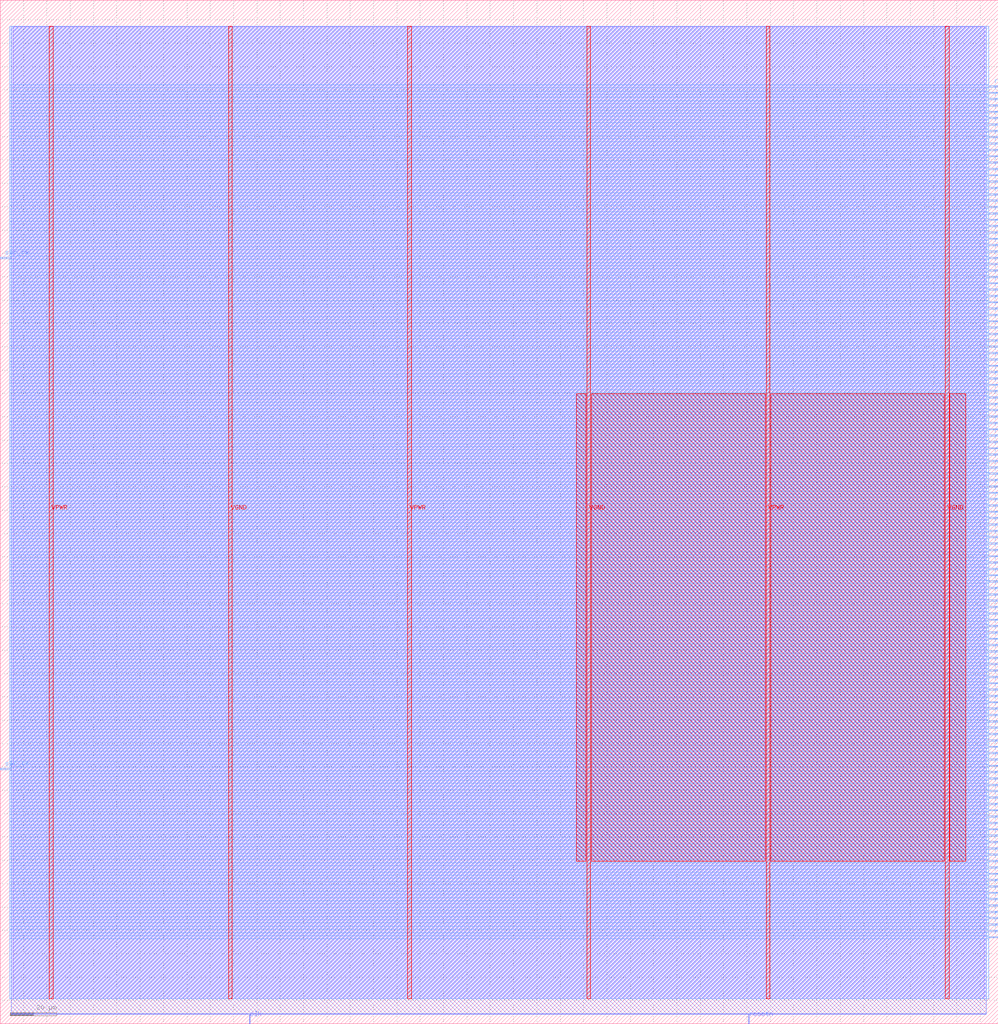
<source format=lef>
VERSION 5.7 ;
  NOWIREEXTENSIONATPIN ON ;
  DIVIDERCHAR "/" ;
  BUSBITCHARS "[]" ;
MACRO simpleuart
  CLASS BLOCK ;
  FOREIGN simpleuart ;
  ORIGIN 0.000 0.000 ;
  SIZE 427.715 BY 438.435 ;
  PIN VGND
    DIRECTION INOUT ;
    USE GROUND ;
    PORT
      LAYER met4 ;
        RECT 97.840 10.640 99.440 427.280 ;
    END
    PORT
      LAYER met4 ;
        RECT 251.440 10.640 253.040 427.280 ;
    END
    PORT
      LAYER met4 ;
        RECT 405.040 10.640 406.640 427.280 ;
    END
  END VGND
  PIN VPWR
    DIRECTION INOUT ;
    USE POWER ;
    PORT
      LAYER met4 ;
        RECT 21.040 10.640 22.640 427.280 ;
    END
    PORT
      LAYER met4 ;
        RECT 174.640 10.640 176.240 427.280 ;
    END
    PORT
      LAYER met4 ;
        RECT 328.240 10.640 329.840 427.280 ;
    END
  END VPWR
  PIN clk
    DIRECTION INPUT ;
    USE SIGNAL ;
    ANTENNAGATEAREA 0.852000 ;
    PORT
      LAYER met2 ;
        RECT 106.810 0.000 107.090 4.000 ;
    END
  END clk
  PIN reg_dat_di[0]
    DIRECTION INPUT ;
    USE SIGNAL ;
    ANTENNAGATEAREA 0.196500 ;
    PORT
      LAYER met3 ;
        RECT 423.715 227.160 427.715 227.760 ;
    END
  END reg_dat_di[0]
  PIN reg_dat_di[10]
    DIRECTION INPUT ;
    USE SIGNAL ;
    PORT
      LAYER met3 ;
        RECT 423.715 254.360 427.715 254.960 ;
    END
  END reg_dat_di[10]
  PIN reg_dat_di[11]
    DIRECTION INPUT ;
    USE SIGNAL ;
    PORT
      LAYER met3 ;
        RECT 423.715 257.080 427.715 257.680 ;
    END
  END reg_dat_di[11]
  PIN reg_dat_di[12]
    DIRECTION INPUT ;
    USE SIGNAL ;
    PORT
      LAYER met3 ;
        RECT 423.715 259.800 427.715 260.400 ;
    END
  END reg_dat_di[12]
  PIN reg_dat_di[13]
    DIRECTION INPUT ;
    USE SIGNAL ;
    PORT
      LAYER met3 ;
        RECT 423.715 262.520 427.715 263.120 ;
    END
  END reg_dat_di[13]
  PIN reg_dat_di[14]
    DIRECTION INPUT ;
    USE SIGNAL ;
    PORT
      LAYER met3 ;
        RECT 423.715 265.240 427.715 265.840 ;
    END
  END reg_dat_di[14]
  PIN reg_dat_di[15]
    DIRECTION INPUT ;
    USE SIGNAL ;
    PORT
      LAYER met3 ;
        RECT 423.715 267.960 427.715 268.560 ;
    END
  END reg_dat_di[15]
  PIN reg_dat_di[16]
    DIRECTION INPUT ;
    USE SIGNAL ;
    PORT
      LAYER met3 ;
        RECT 423.715 270.680 427.715 271.280 ;
    END
  END reg_dat_di[16]
  PIN reg_dat_di[17]
    DIRECTION INPUT ;
    USE SIGNAL ;
    PORT
      LAYER met3 ;
        RECT 423.715 273.400 427.715 274.000 ;
    END
  END reg_dat_di[17]
  PIN reg_dat_di[18]
    DIRECTION INPUT ;
    USE SIGNAL ;
    PORT
      LAYER met3 ;
        RECT 423.715 276.120 427.715 276.720 ;
    END
  END reg_dat_di[18]
  PIN reg_dat_di[19]
    DIRECTION INPUT ;
    USE SIGNAL ;
    PORT
      LAYER met3 ;
        RECT 423.715 278.840 427.715 279.440 ;
    END
  END reg_dat_di[19]
  PIN reg_dat_di[1]
    DIRECTION INPUT ;
    USE SIGNAL ;
    ANTENNAGATEAREA 0.196500 ;
    PORT
      LAYER met3 ;
        RECT 423.715 229.880 427.715 230.480 ;
    END
  END reg_dat_di[1]
  PIN reg_dat_di[20]
    DIRECTION INPUT ;
    USE SIGNAL ;
    PORT
      LAYER met3 ;
        RECT 423.715 281.560 427.715 282.160 ;
    END
  END reg_dat_di[20]
  PIN reg_dat_di[21]
    DIRECTION INPUT ;
    USE SIGNAL ;
    PORT
      LAYER met3 ;
        RECT 423.715 284.280 427.715 284.880 ;
    END
  END reg_dat_di[21]
  PIN reg_dat_di[22]
    DIRECTION INPUT ;
    USE SIGNAL ;
    PORT
      LAYER met3 ;
        RECT 423.715 287.000 427.715 287.600 ;
    END
  END reg_dat_di[22]
  PIN reg_dat_di[23]
    DIRECTION INPUT ;
    USE SIGNAL ;
    PORT
      LAYER met3 ;
        RECT 423.715 289.720 427.715 290.320 ;
    END
  END reg_dat_di[23]
  PIN reg_dat_di[24]
    DIRECTION INPUT ;
    USE SIGNAL ;
    PORT
      LAYER met3 ;
        RECT 423.715 292.440 427.715 293.040 ;
    END
  END reg_dat_di[24]
  PIN reg_dat_di[25]
    DIRECTION INPUT ;
    USE SIGNAL ;
    PORT
      LAYER met3 ;
        RECT 423.715 295.160 427.715 295.760 ;
    END
  END reg_dat_di[25]
  PIN reg_dat_di[26]
    DIRECTION INPUT ;
    USE SIGNAL ;
    PORT
      LAYER met3 ;
        RECT 423.715 297.880 427.715 298.480 ;
    END
  END reg_dat_di[26]
  PIN reg_dat_di[27]
    DIRECTION INPUT ;
    USE SIGNAL ;
    PORT
      LAYER met3 ;
        RECT 423.715 300.600 427.715 301.200 ;
    END
  END reg_dat_di[27]
  PIN reg_dat_di[28]
    DIRECTION INPUT ;
    USE SIGNAL ;
    PORT
      LAYER met3 ;
        RECT 423.715 303.320 427.715 303.920 ;
    END
  END reg_dat_di[28]
  PIN reg_dat_di[29]
    DIRECTION INPUT ;
    USE SIGNAL ;
    PORT
      LAYER met3 ;
        RECT 423.715 306.040 427.715 306.640 ;
    END
  END reg_dat_di[29]
  PIN reg_dat_di[2]
    DIRECTION INPUT ;
    USE SIGNAL ;
    ANTENNAGATEAREA 0.196500 ;
    PORT
      LAYER met3 ;
        RECT 423.715 232.600 427.715 233.200 ;
    END
  END reg_dat_di[2]
  PIN reg_dat_di[30]
    DIRECTION INPUT ;
    USE SIGNAL ;
    PORT
      LAYER met3 ;
        RECT 423.715 308.760 427.715 309.360 ;
    END
  END reg_dat_di[30]
  PIN reg_dat_di[31]
    DIRECTION INPUT ;
    USE SIGNAL ;
    PORT
      LAYER met3 ;
        RECT 423.715 311.480 427.715 312.080 ;
    END
  END reg_dat_di[31]
  PIN reg_dat_di[3]
    DIRECTION INPUT ;
    USE SIGNAL ;
    ANTENNAGATEAREA 0.196500 ;
    PORT
      LAYER met3 ;
        RECT 423.715 235.320 427.715 235.920 ;
    END
  END reg_dat_di[3]
  PIN reg_dat_di[4]
    DIRECTION INPUT ;
    USE SIGNAL ;
    ANTENNAGATEAREA 0.196500 ;
    PORT
      LAYER met3 ;
        RECT 423.715 238.040 427.715 238.640 ;
    END
  END reg_dat_di[4]
  PIN reg_dat_di[5]
    DIRECTION INPUT ;
    USE SIGNAL ;
    ANTENNAGATEAREA 0.196500 ;
    PORT
      LAYER met3 ;
        RECT 423.715 240.760 427.715 241.360 ;
    END
  END reg_dat_di[5]
  PIN reg_dat_di[6]
    DIRECTION INPUT ;
    USE SIGNAL ;
    ANTENNAGATEAREA 0.196500 ;
    PORT
      LAYER met3 ;
        RECT 423.715 243.480 427.715 244.080 ;
    END
  END reg_dat_di[6]
  PIN reg_dat_di[7]
    DIRECTION INPUT ;
    USE SIGNAL ;
    ANTENNAGATEAREA 0.196500 ;
    PORT
      LAYER met3 ;
        RECT 423.715 246.200 427.715 246.800 ;
    END
  END reg_dat_di[7]
  PIN reg_dat_di[8]
    DIRECTION INPUT ;
    USE SIGNAL ;
    PORT
      LAYER met3 ;
        RECT 423.715 248.920 427.715 249.520 ;
    END
  END reg_dat_di[8]
  PIN reg_dat_di[9]
    DIRECTION INPUT ;
    USE SIGNAL ;
    PORT
      LAYER met3 ;
        RECT 423.715 251.640 427.715 252.240 ;
    END
  END reg_dat_di[9]
  PIN reg_dat_do[0]
    DIRECTION OUTPUT TRISTATE ;
    USE SIGNAL ;
    ANTENNADIFFAREA 0.340600 ;
    PORT
      LAYER met3 ;
        RECT 423.715 314.200 427.715 314.800 ;
    END
  END reg_dat_do[0]
  PIN reg_dat_do[10]
    DIRECTION OUTPUT TRISTATE ;
    USE SIGNAL ;
    ANTENNADIFFAREA 0.340600 ;
    PORT
      LAYER met3 ;
        RECT 423.715 341.400 427.715 342.000 ;
    END
  END reg_dat_do[10]
  PIN reg_dat_do[11]
    DIRECTION OUTPUT TRISTATE ;
    USE SIGNAL ;
    ANTENNADIFFAREA 0.340600 ;
    PORT
      LAYER met3 ;
        RECT 423.715 344.120 427.715 344.720 ;
    END
  END reg_dat_do[11]
  PIN reg_dat_do[12]
    DIRECTION OUTPUT TRISTATE ;
    USE SIGNAL ;
    ANTENNADIFFAREA 0.340600 ;
    PORT
      LAYER met3 ;
        RECT 423.715 346.840 427.715 347.440 ;
    END
  END reg_dat_do[12]
  PIN reg_dat_do[13]
    DIRECTION OUTPUT TRISTATE ;
    USE SIGNAL ;
    ANTENNADIFFAREA 0.340600 ;
    PORT
      LAYER met3 ;
        RECT 423.715 349.560 427.715 350.160 ;
    END
  END reg_dat_do[13]
  PIN reg_dat_do[14]
    DIRECTION OUTPUT TRISTATE ;
    USE SIGNAL ;
    ANTENNADIFFAREA 0.340600 ;
    PORT
      LAYER met3 ;
        RECT 423.715 352.280 427.715 352.880 ;
    END
  END reg_dat_do[14]
  PIN reg_dat_do[15]
    DIRECTION OUTPUT TRISTATE ;
    USE SIGNAL ;
    ANTENNADIFFAREA 0.340600 ;
    PORT
      LAYER met3 ;
        RECT 423.715 355.000 427.715 355.600 ;
    END
  END reg_dat_do[15]
  PIN reg_dat_do[16]
    DIRECTION OUTPUT TRISTATE ;
    USE SIGNAL ;
    ANTENNADIFFAREA 0.340600 ;
    PORT
      LAYER met3 ;
        RECT 423.715 357.720 427.715 358.320 ;
    END
  END reg_dat_do[16]
  PIN reg_dat_do[17]
    DIRECTION OUTPUT TRISTATE ;
    USE SIGNAL ;
    ANTENNADIFFAREA 0.340600 ;
    PORT
      LAYER met3 ;
        RECT 423.715 360.440 427.715 361.040 ;
    END
  END reg_dat_do[17]
  PIN reg_dat_do[18]
    DIRECTION OUTPUT TRISTATE ;
    USE SIGNAL ;
    ANTENNADIFFAREA 0.340600 ;
    PORT
      LAYER met3 ;
        RECT 423.715 363.160 427.715 363.760 ;
    END
  END reg_dat_do[18]
  PIN reg_dat_do[19]
    DIRECTION OUTPUT TRISTATE ;
    USE SIGNAL ;
    ANTENNADIFFAREA 0.340600 ;
    PORT
      LAYER met3 ;
        RECT 423.715 365.880 427.715 366.480 ;
    END
  END reg_dat_do[19]
  PIN reg_dat_do[1]
    DIRECTION OUTPUT TRISTATE ;
    USE SIGNAL ;
    ANTENNADIFFAREA 0.340600 ;
    PORT
      LAYER met3 ;
        RECT 423.715 316.920 427.715 317.520 ;
    END
  END reg_dat_do[1]
  PIN reg_dat_do[20]
    DIRECTION OUTPUT TRISTATE ;
    USE SIGNAL ;
    ANTENNADIFFAREA 0.340600 ;
    PORT
      LAYER met3 ;
        RECT 423.715 368.600 427.715 369.200 ;
    END
  END reg_dat_do[20]
  PIN reg_dat_do[21]
    DIRECTION OUTPUT TRISTATE ;
    USE SIGNAL ;
    ANTENNADIFFAREA 0.340600 ;
    PORT
      LAYER met3 ;
        RECT 423.715 371.320 427.715 371.920 ;
    END
  END reg_dat_do[21]
  PIN reg_dat_do[22]
    DIRECTION OUTPUT TRISTATE ;
    USE SIGNAL ;
    ANTENNADIFFAREA 0.340600 ;
    PORT
      LAYER met3 ;
        RECT 423.715 374.040 427.715 374.640 ;
    END
  END reg_dat_do[22]
  PIN reg_dat_do[23]
    DIRECTION OUTPUT TRISTATE ;
    USE SIGNAL ;
    ANTENNADIFFAREA 0.340600 ;
    PORT
      LAYER met3 ;
        RECT 423.715 376.760 427.715 377.360 ;
    END
  END reg_dat_do[23]
  PIN reg_dat_do[24]
    DIRECTION OUTPUT TRISTATE ;
    USE SIGNAL ;
    ANTENNADIFFAREA 0.340600 ;
    PORT
      LAYER met3 ;
        RECT 423.715 379.480 427.715 380.080 ;
    END
  END reg_dat_do[24]
  PIN reg_dat_do[25]
    DIRECTION OUTPUT TRISTATE ;
    USE SIGNAL ;
    ANTENNADIFFAREA 0.340600 ;
    PORT
      LAYER met3 ;
        RECT 423.715 382.200 427.715 382.800 ;
    END
  END reg_dat_do[25]
  PIN reg_dat_do[26]
    DIRECTION OUTPUT TRISTATE ;
    USE SIGNAL ;
    ANTENNADIFFAREA 0.340600 ;
    PORT
      LAYER met3 ;
        RECT 423.715 384.920 427.715 385.520 ;
    END
  END reg_dat_do[26]
  PIN reg_dat_do[27]
    DIRECTION OUTPUT TRISTATE ;
    USE SIGNAL ;
    ANTENNADIFFAREA 0.340600 ;
    PORT
      LAYER met3 ;
        RECT 423.715 387.640 427.715 388.240 ;
    END
  END reg_dat_do[27]
  PIN reg_dat_do[28]
    DIRECTION OUTPUT TRISTATE ;
    USE SIGNAL ;
    ANTENNADIFFAREA 0.340600 ;
    PORT
      LAYER met3 ;
        RECT 423.715 390.360 427.715 390.960 ;
    END
  END reg_dat_do[28]
  PIN reg_dat_do[29]
    DIRECTION OUTPUT TRISTATE ;
    USE SIGNAL ;
    ANTENNADIFFAREA 0.340600 ;
    PORT
      LAYER met3 ;
        RECT 423.715 393.080 427.715 393.680 ;
    END
  END reg_dat_do[29]
  PIN reg_dat_do[2]
    DIRECTION OUTPUT TRISTATE ;
    USE SIGNAL ;
    ANTENNADIFFAREA 0.340600 ;
    PORT
      LAYER met3 ;
        RECT 423.715 319.640 427.715 320.240 ;
    END
  END reg_dat_do[2]
  PIN reg_dat_do[30]
    DIRECTION OUTPUT TRISTATE ;
    USE SIGNAL ;
    ANTENNADIFFAREA 0.340600 ;
    PORT
      LAYER met3 ;
        RECT 423.715 395.800 427.715 396.400 ;
    END
  END reg_dat_do[30]
  PIN reg_dat_do[31]
    DIRECTION OUTPUT TRISTATE ;
    USE SIGNAL ;
    ANTENNADIFFAREA 0.340600 ;
    PORT
      LAYER met3 ;
        RECT 423.715 398.520 427.715 399.120 ;
    END
  END reg_dat_do[31]
  PIN reg_dat_do[3]
    DIRECTION OUTPUT TRISTATE ;
    USE SIGNAL ;
    ANTENNADIFFAREA 0.340600 ;
    PORT
      LAYER met3 ;
        RECT 423.715 322.360 427.715 322.960 ;
    END
  END reg_dat_do[3]
  PIN reg_dat_do[4]
    DIRECTION OUTPUT TRISTATE ;
    USE SIGNAL ;
    ANTENNADIFFAREA 0.340600 ;
    PORT
      LAYER met3 ;
        RECT 423.715 325.080 427.715 325.680 ;
    END
  END reg_dat_do[4]
  PIN reg_dat_do[5]
    DIRECTION OUTPUT TRISTATE ;
    USE SIGNAL ;
    ANTENNADIFFAREA 0.340600 ;
    PORT
      LAYER met3 ;
        RECT 423.715 327.800 427.715 328.400 ;
    END
  END reg_dat_do[5]
  PIN reg_dat_do[6]
    DIRECTION OUTPUT TRISTATE ;
    USE SIGNAL ;
    ANTENNADIFFAREA 0.340600 ;
    PORT
      LAYER met3 ;
        RECT 423.715 330.520 427.715 331.120 ;
    END
  END reg_dat_do[6]
  PIN reg_dat_do[7]
    DIRECTION OUTPUT TRISTATE ;
    USE SIGNAL ;
    ANTENNADIFFAREA 0.340600 ;
    PORT
      LAYER met3 ;
        RECT 423.715 333.240 427.715 333.840 ;
    END
  END reg_dat_do[7]
  PIN reg_dat_do[8]
    DIRECTION OUTPUT TRISTATE ;
    USE SIGNAL ;
    ANTENNADIFFAREA 0.340600 ;
    PORT
      LAYER met3 ;
        RECT 423.715 335.960 427.715 336.560 ;
    END
  END reg_dat_do[8]
  PIN reg_dat_do[9]
    DIRECTION OUTPUT TRISTATE ;
    USE SIGNAL ;
    ANTENNADIFFAREA 0.340600 ;
    PORT
      LAYER met3 ;
        RECT 423.715 338.680 427.715 339.280 ;
    END
  END reg_dat_do[9]
  PIN reg_dat_re
    DIRECTION INPUT ;
    USE SIGNAL ;
    ANTENNAGATEAREA 0.196500 ;
    PORT
      LAYER met3 ;
        RECT 423.715 224.440 427.715 225.040 ;
    END
  END reg_dat_re
  PIN reg_dat_wait
    DIRECTION OUTPUT TRISTATE ;
    USE SIGNAL ;
    ANTENNADIFFAREA 0.340600 ;
    PORT
      LAYER met3 ;
        RECT 423.715 401.240 427.715 401.840 ;
    END
  END reg_dat_wait
  PIN reg_dat_we
    DIRECTION INPUT ;
    USE SIGNAL ;
    ANTENNAGATEAREA 0.196500 ;
    PORT
      LAYER met3 ;
        RECT 423.715 221.720 427.715 222.320 ;
    END
  END reg_dat_we
  PIN reg_div_di[0]
    DIRECTION INPUT ;
    USE SIGNAL ;
    ANTENNAGATEAREA 0.196500 ;
    PORT
      LAYER met3 ;
        RECT 423.715 47.640 427.715 48.240 ;
    END
  END reg_div_di[0]
  PIN reg_div_di[10]
    DIRECTION INPUT ;
    USE SIGNAL ;
    ANTENNAGATEAREA 0.196500 ;
    PORT
      LAYER met3 ;
        RECT 423.715 74.840 427.715 75.440 ;
    END
  END reg_div_di[10]
  PIN reg_div_di[11]
    DIRECTION INPUT ;
    USE SIGNAL ;
    ANTENNAGATEAREA 0.196500 ;
    PORT
      LAYER met3 ;
        RECT 423.715 77.560 427.715 78.160 ;
    END
  END reg_div_di[11]
  PIN reg_div_di[12]
    DIRECTION INPUT ;
    USE SIGNAL ;
    ANTENNAGATEAREA 0.196500 ;
    PORT
      LAYER met3 ;
        RECT 423.715 80.280 427.715 80.880 ;
    END
  END reg_div_di[12]
  PIN reg_div_di[13]
    DIRECTION INPUT ;
    USE SIGNAL ;
    ANTENNAGATEAREA 0.196500 ;
    PORT
      LAYER met3 ;
        RECT 423.715 83.000 427.715 83.600 ;
    END
  END reg_div_di[13]
  PIN reg_div_di[14]
    DIRECTION INPUT ;
    USE SIGNAL ;
    ANTENNAGATEAREA 0.196500 ;
    PORT
      LAYER met3 ;
        RECT 423.715 85.720 427.715 86.320 ;
    END
  END reg_div_di[14]
  PIN reg_div_di[15]
    DIRECTION INPUT ;
    USE SIGNAL ;
    ANTENNAGATEAREA 0.196500 ;
    PORT
      LAYER met3 ;
        RECT 423.715 88.440 427.715 89.040 ;
    END
  END reg_div_di[15]
  PIN reg_div_di[16]
    DIRECTION INPUT ;
    USE SIGNAL ;
    ANTENNAGATEAREA 0.196500 ;
    PORT
      LAYER met3 ;
        RECT 423.715 91.160 427.715 91.760 ;
    END
  END reg_div_di[16]
  PIN reg_div_di[17]
    DIRECTION INPUT ;
    USE SIGNAL ;
    ANTENNAGATEAREA 0.196500 ;
    PORT
      LAYER met3 ;
        RECT 423.715 93.880 427.715 94.480 ;
    END
  END reg_div_di[17]
  PIN reg_div_di[18]
    DIRECTION INPUT ;
    USE SIGNAL ;
    ANTENNAGATEAREA 0.196500 ;
    PORT
      LAYER met3 ;
        RECT 423.715 96.600 427.715 97.200 ;
    END
  END reg_div_di[18]
  PIN reg_div_di[19]
    DIRECTION INPUT ;
    USE SIGNAL ;
    ANTENNAGATEAREA 0.196500 ;
    PORT
      LAYER met3 ;
        RECT 423.715 99.320 427.715 99.920 ;
    END
  END reg_div_di[19]
  PIN reg_div_di[1]
    DIRECTION INPUT ;
    USE SIGNAL ;
    ANTENNAGATEAREA 0.196500 ;
    PORT
      LAYER met3 ;
        RECT 423.715 50.360 427.715 50.960 ;
    END
  END reg_div_di[1]
  PIN reg_div_di[20]
    DIRECTION INPUT ;
    USE SIGNAL ;
    ANTENNAGATEAREA 0.196500 ;
    PORT
      LAYER met3 ;
        RECT 423.715 102.040 427.715 102.640 ;
    END
  END reg_div_di[20]
  PIN reg_div_di[21]
    DIRECTION INPUT ;
    USE SIGNAL ;
    ANTENNAGATEAREA 0.196500 ;
    PORT
      LAYER met3 ;
        RECT 423.715 104.760 427.715 105.360 ;
    END
  END reg_div_di[21]
  PIN reg_div_di[22]
    DIRECTION INPUT ;
    USE SIGNAL ;
    ANTENNAGATEAREA 0.196500 ;
    PORT
      LAYER met3 ;
        RECT 423.715 107.480 427.715 108.080 ;
    END
  END reg_div_di[22]
  PIN reg_div_di[23]
    DIRECTION INPUT ;
    USE SIGNAL ;
    ANTENNAGATEAREA 0.196500 ;
    PORT
      LAYER met3 ;
        RECT 423.715 110.200 427.715 110.800 ;
    END
  END reg_div_di[23]
  PIN reg_div_di[24]
    DIRECTION INPUT ;
    USE SIGNAL ;
    ANTENNAGATEAREA 0.196500 ;
    PORT
      LAYER met3 ;
        RECT 423.715 112.920 427.715 113.520 ;
    END
  END reg_div_di[24]
  PIN reg_div_di[25]
    DIRECTION INPUT ;
    USE SIGNAL ;
    ANTENNAGATEAREA 0.196500 ;
    PORT
      LAYER met3 ;
        RECT 423.715 115.640 427.715 116.240 ;
    END
  END reg_div_di[25]
  PIN reg_div_di[26]
    DIRECTION INPUT ;
    USE SIGNAL ;
    ANTENNAGATEAREA 0.196500 ;
    PORT
      LAYER met3 ;
        RECT 423.715 118.360 427.715 118.960 ;
    END
  END reg_div_di[26]
  PIN reg_div_di[27]
    DIRECTION INPUT ;
    USE SIGNAL ;
    ANTENNAGATEAREA 0.196500 ;
    PORT
      LAYER met3 ;
        RECT 423.715 121.080 427.715 121.680 ;
    END
  END reg_div_di[27]
  PIN reg_div_di[28]
    DIRECTION INPUT ;
    USE SIGNAL ;
    ANTENNAGATEAREA 0.196500 ;
    PORT
      LAYER met3 ;
        RECT 423.715 123.800 427.715 124.400 ;
    END
  END reg_div_di[28]
  PIN reg_div_di[29]
    DIRECTION INPUT ;
    USE SIGNAL ;
    ANTENNAGATEAREA 0.196500 ;
    PORT
      LAYER met3 ;
        RECT 423.715 126.520 427.715 127.120 ;
    END
  END reg_div_di[29]
  PIN reg_div_di[2]
    DIRECTION INPUT ;
    USE SIGNAL ;
    ANTENNAGATEAREA 0.196500 ;
    PORT
      LAYER met3 ;
        RECT 423.715 53.080 427.715 53.680 ;
    END
  END reg_div_di[2]
  PIN reg_div_di[30]
    DIRECTION INPUT ;
    USE SIGNAL ;
    ANTENNAGATEAREA 0.196500 ;
    PORT
      LAYER met3 ;
        RECT 423.715 129.240 427.715 129.840 ;
    END
  END reg_div_di[30]
  PIN reg_div_di[31]
    DIRECTION INPUT ;
    USE SIGNAL ;
    ANTENNAGATEAREA 0.196500 ;
    PORT
      LAYER met3 ;
        RECT 423.715 131.960 427.715 132.560 ;
    END
  END reg_div_di[31]
  PIN reg_div_di[3]
    DIRECTION INPUT ;
    USE SIGNAL ;
    ANTENNAGATEAREA 0.196500 ;
    PORT
      LAYER met3 ;
        RECT 423.715 55.800 427.715 56.400 ;
    END
  END reg_div_di[3]
  PIN reg_div_di[4]
    DIRECTION INPUT ;
    USE SIGNAL ;
    ANTENNAGATEAREA 0.196500 ;
    PORT
      LAYER met3 ;
        RECT 423.715 58.520 427.715 59.120 ;
    END
  END reg_div_di[4]
  PIN reg_div_di[5]
    DIRECTION INPUT ;
    USE SIGNAL ;
    ANTENNAGATEAREA 0.196500 ;
    PORT
      LAYER met3 ;
        RECT 423.715 61.240 427.715 61.840 ;
    END
  END reg_div_di[5]
  PIN reg_div_di[6]
    DIRECTION INPUT ;
    USE SIGNAL ;
    ANTENNAGATEAREA 0.196500 ;
    PORT
      LAYER met3 ;
        RECT 423.715 63.960 427.715 64.560 ;
    END
  END reg_div_di[6]
  PIN reg_div_di[7]
    DIRECTION INPUT ;
    USE SIGNAL ;
    ANTENNAGATEAREA 0.196500 ;
    PORT
      LAYER met3 ;
        RECT 423.715 66.680 427.715 67.280 ;
    END
  END reg_div_di[7]
  PIN reg_div_di[8]
    DIRECTION INPUT ;
    USE SIGNAL ;
    ANTENNAGATEAREA 0.196500 ;
    PORT
      LAYER met3 ;
        RECT 423.715 69.400 427.715 70.000 ;
    END
  END reg_div_di[8]
  PIN reg_div_di[9]
    DIRECTION INPUT ;
    USE SIGNAL ;
    ANTENNAGATEAREA 0.196500 ;
    PORT
      LAYER met3 ;
        RECT 423.715 72.120 427.715 72.720 ;
    END
  END reg_div_di[9]
  PIN reg_div_do[0]
    DIRECTION OUTPUT TRISTATE ;
    USE SIGNAL ;
    ANTENNADIFFAREA 0.340600 ;
    PORT
      LAYER met3 ;
        RECT 423.715 134.680 427.715 135.280 ;
    END
  END reg_div_do[0]
  PIN reg_div_do[10]
    DIRECTION OUTPUT TRISTATE ;
    USE SIGNAL ;
    ANTENNADIFFAREA 0.340600 ;
    PORT
      LAYER met3 ;
        RECT 423.715 161.880 427.715 162.480 ;
    END
  END reg_div_do[10]
  PIN reg_div_do[11]
    DIRECTION OUTPUT TRISTATE ;
    USE SIGNAL ;
    ANTENNADIFFAREA 0.340600 ;
    PORT
      LAYER met3 ;
        RECT 423.715 164.600 427.715 165.200 ;
    END
  END reg_div_do[11]
  PIN reg_div_do[12]
    DIRECTION OUTPUT TRISTATE ;
    USE SIGNAL ;
    ANTENNADIFFAREA 0.340600 ;
    PORT
      LAYER met3 ;
        RECT 423.715 167.320 427.715 167.920 ;
    END
  END reg_div_do[12]
  PIN reg_div_do[13]
    DIRECTION OUTPUT TRISTATE ;
    USE SIGNAL ;
    ANTENNADIFFAREA 0.340600 ;
    PORT
      LAYER met3 ;
        RECT 423.715 170.040 427.715 170.640 ;
    END
  END reg_div_do[13]
  PIN reg_div_do[14]
    DIRECTION OUTPUT TRISTATE ;
    USE SIGNAL ;
    ANTENNADIFFAREA 0.340600 ;
    PORT
      LAYER met3 ;
        RECT 423.715 172.760 427.715 173.360 ;
    END
  END reg_div_do[14]
  PIN reg_div_do[15]
    DIRECTION OUTPUT TRISTATE ;
    USE SIGNAL ;
    ANTENNADIFFAREA 0.340600 ;
    PORT
      LAYER met3 ;
        RECT 423.715 175.480 427.715 176.080 ;
    END
  END reg_div_do[15]
  PIN reg_div_do[16]
    DIRECTION OUTPUT TRISTATE ;
    USE SIGNAL ;
    ANTENNADIFFAREA 0.340600 ;
    PORT
      LAYER met3 ;
        RECT 423.715 178.200 427.715 178.800 ;
    END
  END reg_div_do[16]
  PIN reg_div_do[17]
    DIRECTION OUTPUT TRISTATE ;
    USE SIGNAL ;
    ANTENNADIFFAREA 0.340600 ;
    PORT
      LAYER met3 ;
        RECT 423.715 180.920 427.715 181.520 ;
    END
  END reg_div_do[17]
  PIN reg_div_do[18]
    DIRECTION OUTPUT TRISTATE ;
    USE SIGNAL ;
    ANTENNADIFFAREA 0.340600 ;
    PORT
      LAYER met3 ;
        RECT 423.715 183.640 427.715 184.240 ;
    END
  END reg_div_do[18]
  PIN reg_div_do[19]
    DIRECTION OUTPUT TRISTATE ;
    USE SIGNAL ;
    ANTENNADIFFAREA 0.340600 ;
    PORT
      LAYER met3 ;
        RECT 423.715 186.360 427.715 186.960 ;
    END
  END reg_div_do[19]
  PIN reg_div_do[1]
    DIRECTION OUTPUT TRISTATE ;
    USE SIGNAL ;
    ANTENNADIFFAREA 0.340600 ;
    PORT
      LAYER met3 ;
        RECT 423.715 137.400 427.715 138.000 ;
    END
  END reg_div_do[1]
  PIN reg_div_do[20]
    DIRECTION OUTPUT TRISTATE ;
    USE SIGNAL ;
    ANTENNADIFFAREA 0.340600 ;
    PORT
      LAYER met3 ;
        RECT 423.715 189.080 427.715 189.680 ;
    END
  END reg_div_do[20]
  PIN reg_div_do[21]
    DIRECTION OUTPUT TRISTATE ;
    USE SIGNAL ;
    ANTENNADIFFAREA 0.340600 ;
    PORT
      LAYER met3 ;
        RECT 423.715 191.800 427.715 192.400 ;
    END
  END reg_div_do[21]
  PIN reg_div_do[22]
    DIRECTION OUTPUT TRISTATE ;
    USE SIGNAL ;
    ANTENNADIFFAREA 0.340600 ;
    PORT
      LAYER met3 ;
        RECT 423.715 194.520 427.715 195.120 ;
    END
  END reg_div_do[22]
  PIN reg_div_do[23]
    DIRECTION OUTPUT TRISTATE ;
    USE SIGNAL ;
    ANTENNADIFFAREA 0.340600 ;
    PORT
      LAYER met3 ;
        RECT 423.715 197.240 427.715 197.840 ;
    END
  END reg_div_do[23]
  PIN reg_div_do[24]
    DIRECTION OUTPUT TRISTATE ;
    USE SIGNAL ;
    ANTENNADIFFAREA 0.340600 ;
    PORT
      LAYER met3 ;
        RECT 423.715 199.960 427.715 200.560 ;
    END
  END reg_div_do[24]
  PIN reg_div_do[25]
    DIRECTION OUTPUT TRISTATE ;
    USE SIGNAL ;
    ANTENNADIFFAREA 0.340600 ;
    PORT
      LAYER met3 ;
        RECT 423.715 202.680 427.715 203.280 ;
    END
  END reg_div_do[25]
  PIN reg_div_do[26]
    DIRECTION OUTPUT TRISTATE ;
    USE SIGNAL ;
    ANTENNADIFFAREA 0.340600 ;
    PORT
      LAYER met3 ;
        RECT 423.715 205.400 427.715 206.000 ;
    END
  END reg_div_do[26]
  PIN reg_div_do[27]
    DIRECTION OUTPUT TRISTATE ;
    USE SIGNAL ;
    ANTENNADIFFAREA 0.340600 ;
    PORT
      LAYER met3 ;
        RECT 423.715 208.120 427.715 208.720 ;
    END
  END reg_div_do[27]
  PIN reg_div_do[28]
    DIRECTION OUTPUT TRISTATE ;
    USE SIGNAL ;
    ANTENNADIFFAREA 0.340600 ;
    PORT
      LAYER met3 ;
        RECT 423.715 210.840 427.715 211.440 ;
    END
  END reg_div_do[28]
  PIN reg_div_do[29]
    DIRECTION OUTPUT TRISTATE ;
    USE SIGNAL ;
    ANTENNADIFFAREA 0.340600 ;
    PORT
      LAYER met3 ;
        RECT 423.715 213.560 427.715 214.160 ;
    END
  END reg_div_do[29]
  PIN reg_div_do[2]
    DIRECTION OUTPUT TRISTATE ;
    USE SIGNAL ;
    ANTENNADIFFAREA 0.340600 ;
    PORT
      LAYER met3 ;
        RECT 423.715 140.120 427.715 140.720 ;
    END
  END reg_div_do[2]
  PIN reg_div_do[30]
    DIRECTION OUTPUT TRISTATE ;
    USE SIGNAL ;
    ANTENNADIFFAREA 0.340600 ;
    PORT
      LAYER met3 ;
        RECT 423.715 216.280 427.715 216.880 ;
    END
  END reg_div_do[30]
  PIN reg_div_do[31]
    DIRECTION OUTPUT TRISTATE ;
    USE SIGNAL ;
    ANTENNADIFFAREA 0.340600 ;
    PORT
      LAYER met3 ;
        RECT 423.715 219.000 427.715 219.600 ;
    END
  END reg_div_do[31]
  PIN reg_div_do[3]
    DIRECTION OUTPUT TRISTATE ;
    USE SIGNAL ;
    ANTENNADIFFAREA 0.340600 ;
    PORT
      LAYER met3 ;
        RECT 423.715 142.840 427.715 143.440 ;
    END
  END reg_div_do[3]
  PIN reg_div_do[4]
    DIRECTION OUTPUT TRISTATE ;
    USE SIGNAL ;
    ANTENNADIFFAREA 0.340600 ;
    PORT
      LAYER met3 ;
        RECT 423.715 145.560 427.715 146.160 ;
    END
  END reg_div_do[4]
  PIN reg_div_do[5]
    DIRECTION OUTPUT TRISTATE ;
    USE SIGNAL ;
    ANTENNADIFFAREA 0.340600 ;
    PORT
      LAYER met3 ;
        RECT 423.715 148.280 427.715 148.880 ;
    END
  END reg_div_do[5]
  PIN reg_div_do[6]
    DIRECTION OUTPUT TRISTATE ;
    USE SIGNAL ;
    ANTENNADIFFAREA 0.340600 ;
    PORT
      LAYER met3 ;
        RECT 423.715 151.000 427.715 151.600 ;
    END
  END reg_div_do[6]
  PIN reg_div_do[7]
    DIRECTION OUTPUT TRISTATE ;
    USE SIGNAL ;
    ANTENNADIFFAREA 0.340600 ;
    PORT
      LAYER met3 ;
        RECT 423.715 153.720 427.715 154.320 ;
    END
  END reg_div_do[7]
  PIN reg_div_do[8]
    DIRECTION OUTPUT TRISTATE ;
    USE SIGNAL ;
    ANTENNADIFFAREA 0.340600 ;
    PORT
      LAYER met3 ;
        RECT 423.715 156.440 427.715 157.040 ;
    END
  END reg_div_do[8]
  PIN reg_div_do[9]
    DIRECTION OUTPUT TRISTATE ;
    USE SIGNAL ;
    ANTENNADIFFAREA 0.340600 ;
    PORT
      LAYER met3 ;
        RECT 423.715 159.160 427.715 159.760 ;
    END
  END reg_div_do[9]
  PIN reg_div_we[0]
    DIRECTION INPUT ;
    USE SIGNAL ;
    ANTENNAGATEAREA 0.213000 ;
    PORT
      LAYER met3 ;
        RECT 423.715 36.760 427.715 37.360 ;
    END
  END reg_div_we[0]
  PIN reg_div_we[1]
    DIRECTION INPUT ;
    USE SIGNAL ;
    ANTENNAGATEAREA 0.213000 ;
    PORT
      LAYER met3 ;
        RECT 423.715 39.480 427.715 40.080 ;
    END
  END reg_div_we[1]
  PIN reg_div_we[2]
    DIRECTION INPUT ;
    USE SIGNAL ;
    ANTENNAGATEAREA 0.213000 ;
    PORT
      LAYER met3 ;
        RECT 423.715 42.200 427.715 42.800 ;
    END
  END reg_div_we[2]
  PIN reg_div_we[3]
    DIRECTION INPUT ;
    USE SIGNAL ;
    ANTENNAGATEAREA 0.247500 ;
    PORT
      LAYER met3 ;
        RECT 423.715 44.920 427.715 45.520 ;
    END
  END reg_div_we[3]
  PIN resetn
    DIRECTION INPUT ;
    USE SIGNAL ;
    ANTENNAGATEAREA 0.213000 ;
    PORT
      LAYER met2 ;
        RECT 320.710 0.000 320.990 4.000 ;
    END
  END resetn
  PIN ser_rx
    DIRECTION INPUT ;
    USE SIGNAL ;
    ANTENNAGATEAREA 0.213000 ;
    PORT
      LAYER met3 ;
        RECT 0.000 327.800 4.000 328.400 ;
    END
  END ser_rx
  PIN ser_tx
    DIRECTION OUTPUT TRISTATE ;
    USE SIGNAL ;
    ANTENNADIFFAREA 0.340600 ;
    PORT
      LAYER met3 ;
        RECT 0.000 108.840 4.000 109.440 ;
    END
  END ser_tx
  OBS
      LAYER li1 ;
        RECT 5.520 10.795 421.820 427.125 ;
      LAYER met1 ;
        RECT 4.670 10.640 422.670 427.280 ;
      LAYER met2 ;
        RECT 4.690 4.280 422.650 427.225 ;
        RECT 4.690 4.000 106.530 4.280 ;
        RECT 107.370 4.000 320.430 4.280 ;
        RECT 321.270 4.000 422.650 4.280 ;
      LAYER met3 ;
        RECT 4.000 402.240 423.715 427.205 ;
        RECT 4.000 400.840 423.315 402.240 ;
        RECT 4.000 399.520 423.715 400.840 ;
        RECT 4.000 398.120 423.315 399.520 ;
        RECT 4.000 396.800 423.715 398.120 ;
        RECT 4.000 395.400 423.315 396.800 ;
        RECT 4.000 394.080 423.715 395.400 ;
        RECT 4.000 392.680 423.315 394.080 ;
        RECT 4.000 391.360 423.715 392.680 ;
        RECT 4.000 389.960 423.315 391.360 ;
        RECT 4.000 388.640 423.715 389.960 ;
        RECT 4.000 387.240 423.315 388.640 ;
        RECT 4.000 385.920 423.715 387.240 ;
        RECT 4.000 384.520 423.315 385.920 ;
        RECT 4.000 383.200 423.715 384.520 ;
        RECT 4.000 381.800 423.315 383.200 ;
        RECT 4.000 380.480 423.715 381.800 ;
        RECT 4.000 379.080 423.315 380.480 ;
        RECT 4.000 377.760 423.715 379.080 ;
        RECT 4.000 376.360 423.315 377.760 ;
        RECT 4.000 375.040 423.715 376.360 ;
        RECT 4.000 373.640 423.315 375.040 ;
        RECT 4.000 372.320 423.715 373.640 ;
        RECT 4.000 370.920 423.315 372.320 ;
        RECT 4.000 369.600 423.715 370.920 ;
        RECT 4.000 368.200 423.315 369.600 ;
        RECT 4.000 366.880 423.715 368.200 ;
        RECT 4.000 365.480 423.315 366.880 ;
        RECT 4.000 364.160 423.715 365.480 ;
        RECT 4.000 362.760 423.315 364.160 ;
        RECT 4.000 361.440 423.715 362.760 ;
        RECT 4.000 360.040 423.315 361.440 ;
        RECT 4.000 358.720 423.715 360.040 ;
        RECT 4.000 357.320 423.315 358.720 ;
        RECT 4.000 356.000 423.715 357.320 ;
        RECT 4.000 354.600 423.315 356.000 ;
        RECT 4.000 353.280 423.715 354.600 ;
        RECT 4.000 351.880 423.315 353.280 ;
        RECT 4.000 350.560 423.715 351.880 ;
        RECT 4.000 349.160 423.315 350.560 ;
        RECT 4.000 347.840 423.715 349.160 ;
        RECT 4.000 346.440 423.315 347.840 ;
        RECT 4.000 345.120 423.715 346.440 ;
        RECT 4.000 343.720 423.315 345.120 ;
        RECT 4.000 342.400 423.715 343.720 ;
        RECT 4.000 341.000 423.315 342.400 ;
        RECT 4.000 339.680 423.715 341.000 ;
        RECT 4.000 338.280 423.315 339.680 ;
        RECT 4.000 336.960 423.715 338.280 ;
        RECT 4.000 335.560 423.315 336.960 ;
        RECT 4.000 334.240 423.715 335.560 ;
        RECT 4.000 332.840 423.315 334.240 ;
        RECT 4.000 331.520 423.715 332.840 ;
        RECT 4.000 330.120 423.315 331.520 ;
        RECT 4.000 328.800 423.715 330.120 ;
        RECT 4.400 327.400 423.315 328.800 ;
        RECT 4.000 326.080 423.715 327.400 ;
        RECT 4.000 324.680 423.315 326.080 ;
        RECT 4.000 323.360 423.715 324.680 ;
        RECT 4.000 321.960 423.315 323.360 ;
        RECT 4.000 320.640 423.715 321.960 ;
        RECT 4.000 319.240 423.315 320.640 ;
        RECT 4.000 317.920 423.715 319.240 ;
        RECT 4.000 316.520 423.315 317.920 ;
        RECT 4.000 315.200 423.715 316.520 ;
        RECT 4.000 313.800 423.315 315.200 ;
        RECT 4.000 312.480 423.715 313.800 ;
        RECT 4.000 311.080 423.315 312.480 ;
        RECT 4.000 309.760 423.715 311.080 ;
        RECT 4.000 308.360 423.315 309.760 ;
        RECT 4.000 307.040 423.715 308.360 ;
        RECT 4.000 305.640 423.315 307.040 ;
        RECT 4.000 304.320 423.715 305.640 ;
        RECT 4.000 302.920 423.315 304.320 ;
        RECT 4.000 301.600 423.715 302.920 ;
        RECT 4.000 300.200 423.315 301.600 ;
        RECT 4.000 298.880 423.715 300.200 ;
        RECT 4.000 297.480 423.315 298.880 ;
        RECT 4.000 296.160 423.715 297.480 ;
        RECT 4.000 294.760 423.315 296.160 ;
        RECT 4.000 293.440 423.715 294.760 ;
        RECT 4.000 292.040 423.315 293.440 ;
        RECT 4.000 290.720 423.715 292.040 ;
        RECT 4.000 289.320 423.315 290.720 ;
        RECT 4.000 288.000 423.715 289.320 ;
        RECT 4.000 286.600 423.315 288.000 ;
        RECT 4.000 285.280 423.715 286.600 ;
        RECT 4.000 283.880 423.315 285.280 ;
        RECT 4.000 282.560 423.715 283.880 ;
        RECT 4.000 281.160 423.315 282.560 ;
        RECT 4.000 279.840 423.715 281.160 ;
        RECT 4.000 278.440 423.315 279.840 ;
        RECT 4.000 277.120 423.715 278.440 ;
        RECT 4.000 275.720 423.315 277.120 ;
        RECT 4.000 274.400 423.715 275.720 ;
        RECT 4.000 273.000 423.315 274.400 ;
        RECT 4.000 271.680 423.715 273.000 ;
        RECT 4.000 270.280 423.315 271.680 ;
        RECT 4.000 268.960 423.715 270.280 ;
        RECT 4.000 267.560 423.315 268.960 ;
        RECT 4.000 266.240 423.715 267.560 ;
        RECT 4.000 264.840 423.315 266.240 ;
        RECT 4.000 263.520 423.715 264.840 ;
        RECT 4.000 262.120 423.315 263.520 ;
        RECT 4.000 260.800 423.715 262.120 ;
        RECT 4.000 259.400 423.315 260.800 ;
        RECT 4.000 258.080 423.715 259.400 ;
        RECT 4.000 256.680 423.315 258.080 ;
        RECT 4.000 255.360 423.715 256.680 ;
        RECT 4.000 253.960 423.315 255.360 ;
        RECT 4.000 252.640 423.715 253.960 ;
        RECT 4.000 251.240 423.315 252.640 ;
        RECT 4.000 249.920 423.715 251.240 ;
        RECT 4.000 248.520 423.315 249.920 ;
        RECT 4.000 247.200 423.715 248.520 ;
        RECT 4.000 245.800 423.315 247.200 ;
        RECT 4.000 244.480 423.715 245.800 ;
        RECT 4.000 243.080 423.315 244.480 ;
        RECT 4.000 241.760 423.715 243.080 ;
        RECT 4.000 240.360 423.315 241.760 ;
        RECT 4.000 239.040 423.715 240.360 ;
        RECT 4.000 237.640 423.315 239.040 ;
        RECT 4.000 236.320 423.715 237.640 ;
        RECT 4.000 234.920 423.315 236.320 ;
        RECT 4.000 233.600 423.715 234.920 ;
        RECT 4.000 232.200 423.315 233.600 ;
        RECT 4.000 230.880 423.715 232.200 ;
        RECT 4.000 229.480 423.315 230.880 ;
        RECT 4.000 228.160 423.715 229.480 ;
        RECT 4.000 226.760 423.315 228.160 ;
        RECT 4.000 225.440 423.715 226.760 ;
        RECT 4.000 224.040 423.315 225.440 ;
        RECT 4.000 222.720 423.715 224.040 ;
        RECT 4.000 221.320 423.315 222.720 ;
        RECT 4.000 220.000 423.715 221.320 ;
        RECT 4.000 218.600 423.315 220.000 ;
        RECT 4.000 217.280 423.715 218.600 ;
        RECT 4.000 215.880 423.315 217.280 ;
        RECT 4.000 214.560 423.715 215.880 ;
        RECT 4.000 213.160 423.315 214.560 ;
        RECT 4.000 211.840 423.715 213.160 ;
        RECT 4.000 210.440 423.315 211.840 ;
        RECT 4.000 209.120 423.715 210.440 ;
        RECT 4.000 207.720 423.315 209.120 ;
        RECT 4.000 206.400 423.715 207.720 ;
        RECT 4.000 205.000 423.315 206.400 ;
        RECT 4.000 203.680 423.715 205.000 ;
        RECT 4.000 202.280 423.315 203.680 ;
        RECT 4.000 200.960 423.715 202.280 ;
        RECT 4.000 199.560 423.315 200.960 ;
        RECT 4.000 198.240 423.715 199.560 ;
        RECT 4.000 196.840 423.315 198.240 ;
        RECT 4.000 195.520 423.715 196.840 ;
        RECT 4.000 194.120 423.315 195.520 ;
        RECT 4.000 192.800 423.715 194.120 ;
        RECT 4.000 191.400 423.315 192.800 ;
        RECT 4.000 190.080 423.715 191.400 ;
        RECT 4.000 188.680 423.315 190.080 ;
        RECT 4.000 187.360 423.715 188.680 ;
        RECT 4.000 185.960 423.315 187.360 ;
        RECT 4.000 184.640 423.715 185.960 ;
        RECT 4.000 183.240 423.315 184.640 ;
        RECT 4.000 181.920 423.715 183.240 ;
        RECT 4.000 180.520 423.315 181.920 ;
        RECT 4.000 179.200 423.715 180.520 ;
        RECT 4.000 177.800 423.315 179.200 ;
        RECT 4.000 176.480 423.715 177.800 ;
        RECT 4.000 175.080 423.315 176.480 ;
        RECT 4.000 173.760 423.715 175.080 ;
        RECT 4.000 172.360 423.315 173.760 ;
        RECT 4.000 171.040 423.715 172.360 ;
        RECT 4.000 169.640 423.315 171.040 ;
        RECT 4.000 168.320 423.715 169.640 ;
        RECT 4.000 166.920 423.315 168.320 ;
        RECT 4.000 165.600 423.715 166.920 ;
        RECT 4.000 164.200 423.315 165.600 ;
        RECT 4.000 162.880 423.715 164.200 ;
        RECT 4.000 161.480 423.315 162.880 ;
        RECT 4.000 160.160 423.715 161.480 ;
        RECT 4.000 158.760 423.315 160.160 ;
        RECT 4.000 157.440 423.715 158.760 ;
        RECT 4.000 156.040 423.315 157.440 ;
        RECT 4.000 154.720 423.715 156.040 ;
        RECT 4.000 153.320 423.315 154.720 ;
        RECT 4.000 152.000 423.715 153.320 ;
        RECT 4.000 150.600 423.315 152.000 ;
        RECT 4.000 149.280 423.715 150.600 ;
        RECT 4.000 147.880 423.315 149.280 ;
        RECT 4.000 146.560 423.715 147.880 ;
        RECT 4.000 145.160 423.315 146.560 ;
        RECT 4.000 143.840 423.715 145.160 ;
        RECT 4.000 142.440 423.315 143.840 ;
        RECT 4.000 141.120 423.715 142.440 ;
        RECT 4.000 139.720 423.315 141.120 ;
        RECT 4.000 138.400 423.715 139.720 ;
        RECT 4.000 137.000 423.315 138.400 ;
        RECT 4.000 135.680 423.715 137.000 ;
        RECT 4.000 134.280 423.315 135.680 ;
        RECT 4.000 132.960 423.715 134.280 ;
        RECT 4.000 131.560 423.315 132.960 ;
        RECT 4.000 130.240 423.715 131.560 ;
        RECT 4.000 128.840 423.315 130.240 ;
        RECT 4.000 127.520 423.715 128.840 ;
        RECT 4.000 126.120 423.315 127.520 ;
        RECT 4.000 124.800 423.715 126.120 ;
        RECT 4.000 123.400 423.315 124.800 ;
        RECT 4.000 122.080 423.715 123.400 ;
        RECT 4.000 120.680 423.315 122.080 ;
        RECT 4.000 119.360 423.715 120.680 ;
        RECT 4.000 117.960 423.315 119.360 ;
        RECT 4.000 116.640 423.715 117.960 ;
        RECT 4.000 115.240 423.315 116.640 ;
        RECT 4.000 113.920 423.715 115.240 ;
        RECT 4.000 112.520 423.315 113.920 ;
        RECT 4.000 111.200 423.715 112.520 ;
        RECT 4.000 109.840 423.315 111.200 ;
        RECT 4.400 109.800 423.315 109.840 ;
        RECT 4.400 108.480 423.715 109.800 ;
        RECT 4.400 108.440 423.315 108.480 ;
        RECT 4.000 107.080 423.315 108.440 ;
        RECT 4.000 105.760 423.715 107.080 ;
        RECT 4.000 104.360 423.315 105.760 ;
        RECT 4.000 103.040 423.715 104.360 ;
        RECT 4.000 101.640 423.315 103.040 ;
        RECT 4.000 100.320 423.715 101.640 ;
        RECT 4.000 98.920 423.315 100.320 ;
        RECT 4.000 97.600 423.715 98.920 ;
        RECT 4.000 96.200 423.315 97.600 ;
        RECT 4.000 94.880 423.715 96.200 ;
        RECT 4.000 93.480 423.315 94.880 ;
        RECT 4.000 92.160 423.715 93.480 ;
        RECT 4.000 90.760 423.315 92.160 ;
        RECT 4.000 89.440 423.715 90.760 ;
        RECT 4.000 88.040 423.315 89.440 ;
        RECT 4.000 86.720 423.715 88.040 ;
        RECT 4.000 85.320 423.315 86.720 ;
        RECT 4.000 84.000 423.715 85.320 ;
        RECT 4.000 82.600 423.315 84.000 ;
        RECT 4.000 81.280 423.715 82.600 ;
        RECT 4.000 79.880 423.315 81.280 ;
        RECT 4.000 78.560 423.715 79.880 ;
        RECT 4.000 77.160 423.315 78.560 ;
        RECT 4.000 75.840 423.715 77.160 ;
        RECT 4.000 74.440 423.315 75.840 ;
        RECT 4.000 73.120 423.715 74.440 ;
        RECT 4.000 71.720 423.315 73.120 ;
        RECT 4.000 70.400 423.715 71.720 ;
        RECT 4.000 69.000 423.315 70.400 ;
        RECT 4.000 67.680 423.715 69.000 ;
        RECT 4.000 66.280 423.315 67.680 ;
        RECT 4.000 64.960 423.715 66.280 ;
        RECT 4.000 63.560 423.315 64.960 ;
        RECT 4.000 62.240 423.715 63.560 ;
        RECT 4.000 60.840 423.315 62.240 ;
        RECT 4.000 59.520 423.715 60.840 ;
        RECT 4.000 58.120 423.315 59.520 ;
        RECT 4.000 56.800 423.715 58.120 ;
        RECT 4.000 55.400 423.315 56.800 ;
        RECT 4.000 54.080 423.715 55.400 ;
        RECT 4.000 52.680 423.315 54.080 ;
        RECT 4.000 51.360 423.715 52.680 ;
        RECT 4.000 49.960 423.315 51.360 ;
        RECT 4.000 48.640 423.715 49.960 ;
        RECT 4.000 47.240 423.315 48.640 ;
        RECT 4.000 45.920 423.715 47.240 ;
        RECT 4.000 44.520 423.315 45.920 ;
        RECT 4.000 43.200 423.715 44.520 ;
        RECT 4.000 41.800 423.315 43.200 ;
        RECT 4.000 40.480 423.715 41.800 ;
        RECT 4.000 39.080 423.315 40.480 ;
        RECT 4.000 37.760 423.715 39.080 ;
        RECT 4.000 36.360 423.315 37.760 ;
        RECT 4.000 10.715 423.715 36.360 ;
      LAYER met4 ;
        RECT 246.855 69.535 251.040 269.785 ;
        RECT 253.440 69.535 327.840 269.785 ;
        RECT 330.240 69.535 404.640 269.785 ;
        RECT 407.040 69.535 413.705 269.785 ;
  END
END simpleuart
END LIBRARY


</source>
